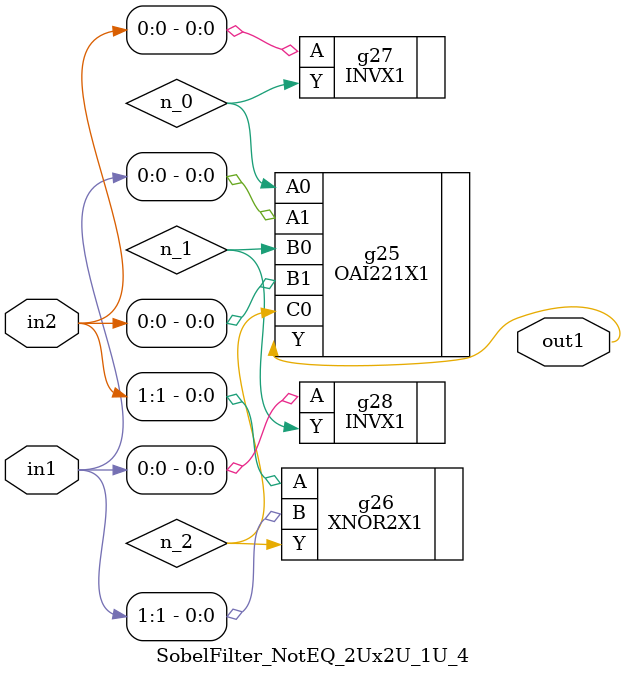
<source format=v>
`timescale 1ps / 1ps


module SobelFilter_NotEQ_2Ux2U_1U_4(in2, in1, out1);
  input [1:0] in2, in1;
  output out1;
  wire [1:0] in2, in1;
  wire out1;
  wire n_0, n_1, n_2;
  OAI221X1 g25(.A0 (n_0), .A1 (in1[0]), .B0 (n_1), .B1 (in2[0]), .C0
       (n_2), .Y (out1));
  XNOR2X1 g26(.A (in2[1]), .B (in1[1]), .Y (n_2));
  INVX1 g28(.A (in1[0]), .Y (n_1));
  INVX1 g27(.A (in2[0]), .Y (n_0));
endmodule



</source>
